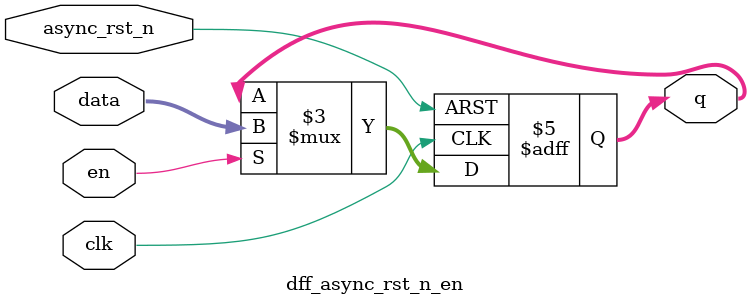
<source format=sv>
module dff_async_rst_n_en
#(
    parameter int unsigned WIDTH = 4
)
(
    input logic clk,
    input logic async_rst_n,

    input logic en,

    input logic [WIDTH-1:0] data,

    output logic [WIDTH-1:0] q
);

always_ff @(posedge clk, negedge async_rst_n)
begin
    if(!async_rst_n)
        q <= {WIDTH{1'b0}};
    else if (en)
        q <= data;
end

endmodule
</source>
